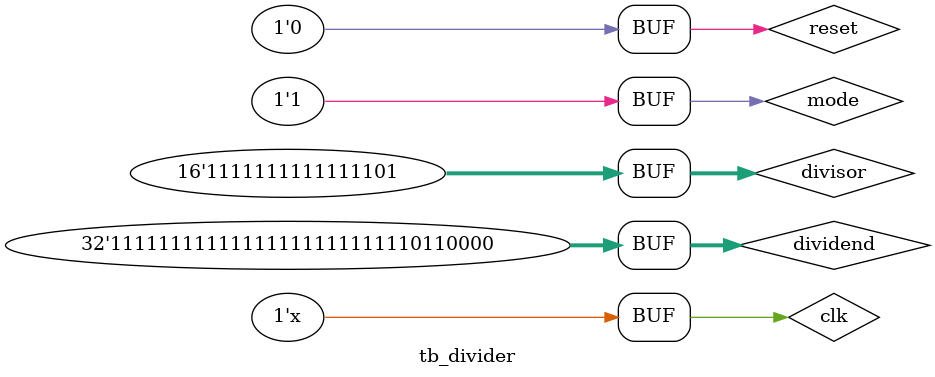
<source format=v>
`default_nettype none

module tb_divider;

reg signed [31:0] dividend;
reg signed [15:0] divisor;

reg clk, reset;
reg valid_input, mode;

wire valid_output;
wire signed [16:0] final_output;

Div_mod_top_level divider_dut 
(
	.clk(clk) ,
	.reset(reset) ,
	.divisor(divisor),
	.dividend(dividend),
	.mode(mode),
	.valid_input(valid_input),
	.valid_output(valid_output),
	.final_output(final_output)
);

localparam CLK_PERIOD = 10;
always #(CLK_PERIOD/2) clk=~clk;

initial begin
	clk = 1;
	mode = 1;
	reset = 1;
	#50;
	reset = 0;

	dividend = -32'd80;

	divisor = -16'd3;
end

endmodule
`default_nettype wire
</source>
